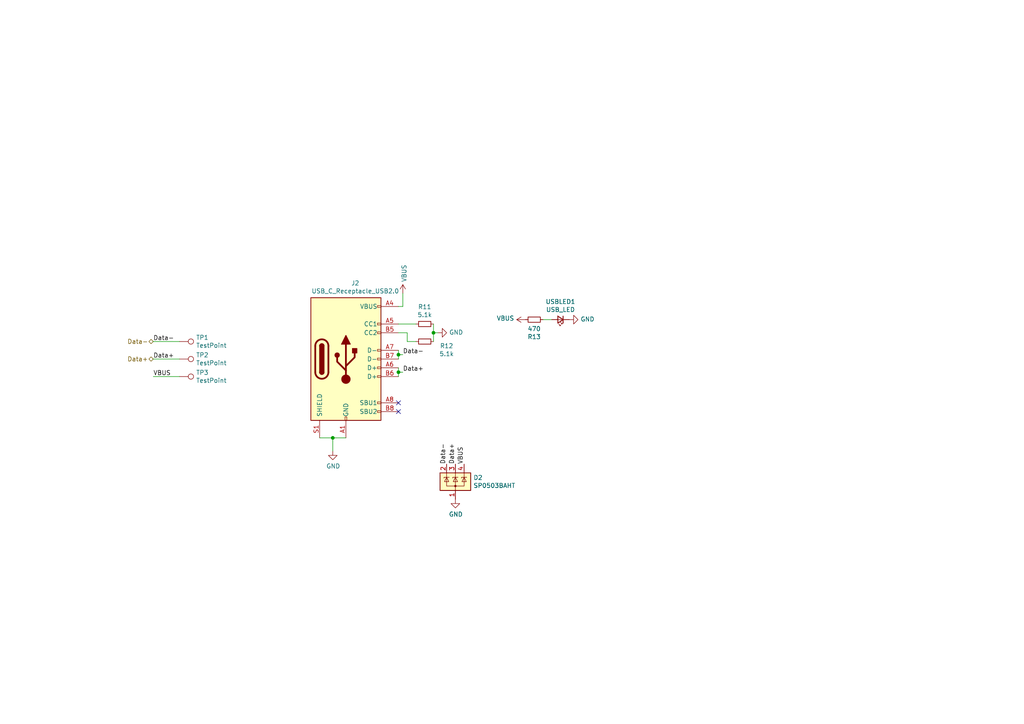
<source format=kicad_sch>
(kicad_sch (version 20230121) (generator eeschema)
  (paper "A4")
  (lib_symbols
    (symbol "Connector:TestPoint" (pin_numbers hide) (pin_names (offset 0.762) hide)
      (property "Reference" "TP" (at 0 6.858 0))
      (property "Value" "TestPoint" (at 0 5.08 0))
      (symbol "TestPoint_0_1"
        (circle (center 0 3.302) (radius 0.762))
      )
      (symbol "TestPoint_1_1"
        (pin passive line (at 0 0 90) (length 2.54) (name "1") (number "1"))
      )
    )
    (symbol "Connector:USB_C_Receptacle_USB2.0" (pin_names (offset 1.016))
      (property "Reference" "J" (at -10.16 19.05 0))
      (property "Value" "USB_C_Receptacle_USB2.0" (at 19.05 19.05 0))
      (symbol "USB_C_Receptacle_USB2.0_0_0"
        (rectangle (start -0.254 -17.78) (end 0.254 -16.764))
        (rectangle (start 10.16 -14.986) (end 9.144 -15.494))
        (rectangle (start 10.16 -12.446) (end 9.144 -12.954))
        (rectangle (start 10.16 -4.826) (end 9.144 -5.334))
        (rectangle (start 10.16 -2.286) (end 9.144 -2.794))
        (rectangle (start 10.16 0.254) (end 9.144 -0.254))
        (rectangle (start 10.16 2.794) (end 9.144 2.286))
        (rectangle (start 10.16 7.874) (end 9.144 7.366))
        (rectangle (start 10.16 10.414) (end 9.144 9.906))
        (rectangle (start 10.16 15.494) (end 9.144 14.986))
      )
      (symbol "USB_C_Receptacle_USB2.0_0_1"
        (rectangle (start -10.16 17.78) (end 10.16 -17.78) (stroke (width 0.254)) (fill (type background)))
        (arc (start -8.89 -3.81) (mid -6.985 -5.7067) (end -5.08 -3.81) (stroke (width 0.508)))
        (arc (start -7.62 -3.81) (mid -6.985 -4.4423) (end -6.35 -3.81) (stroke (width 0.254)))
        (arc (start -7.62 -3.81) (mid -6.985 -4.4423) (end -6.35 -3.81) (stroke (width 0.254)) (fill (type outline)))
        (rectangle (start -7.62 -3.81) (end -6.35 3.81) (stroke (width 0.254)) (fill (type outline)))
        (arc (start -6.35 3.81) (mid -6.985 4.4423) (end -7.62 3.81) (stroke (width 0.254)))
        (arc (start -6.35 3.81) (mid -6.985 4.4423) (end -7.62 3.81) (stroke (width 0.254)) (fill (type outline)))
        (arc (start -5.08 3.81) (mid -6.985 5.7067) (end -8.89 3.81) (stroke (width 0.508)))
        (circle (center -2.54 1.143) (radius 0.635) (stroke (width 0.254)) (fill (type outline)))
        (circle (center 0 -5.842) (radius 1.27) (fill (type outline)))
        (polyline (pts (xy -8.89 -3.81) (xy -8.89 3.81)) (stroke (width 0.508)))
        (polyline (pts (xy -5.08 3.81) (xy -5.08 -3.81)) (stroke (width 0.508)))
        (polyline (pts (xy 0 -5.842) (xy 0 4.318)) (stroke (width 0.508)))
        (polyline (pts (xy 0 -3.302) (xy -2.54 -0.762) (xy -2.54 0.508)) (stroke (width 0.508)))
        (polyline (pts (xy 0 -2.032) (xy 2.54 0.508) (xy 2.54 1.778)) (stroke (width 0.508)))
        (polyline (pts (xy -1.27 4.318) (xy 0 6.858) (xy 1.27 4.318) (xy -1.27 4.318)) (stroke (width 0.254)) (fill (type outline)))
        (rectangle (start 1.905 1.778) (end 3.175 3.048) (stroke (width 0.254)) (fill (type outline)))
      )
      (symbol "USB_C_Receptacle_USB2.0_1_1"
        (pin passive line (at 0 -22.86 90) (length 5.08) (name "GND") (number "A1"))
        (pin passive line (at 0 -22.86 90) (length 5.08) hide (name "GND") (number "A12"))
        (pin passive line (at 15.24 15.24 180) (length 5.08) (name "VBUS") (number "A4"))
        (pin bidirectional line (at 15.24 10.16 180) (length 5.08) (name "CC1") (number "A5"))
        (pin bidirectional line (at 15.24 -2.54 180) (length 5.08) (name "D+") (number "A6"))
        (pin bidirectional line (at 15.24 2.54 180) (length 5.08) (name "D-") (number "A7"))
        (pin bidirectional line (at 15.24 -12.7 180) (length 5.08) (name "SBU1") (number "A8"))
        (pin passive line (at 15.24 15.24 180) (length 5.08) hide (name "VBUS") (number "A9"))
        (pin passive line (at 0 -22.86 90) (length 5.08) hide (name "GND") (number "B1"))
        (pin passive line (at 0 -22.86 90) (length 5.08) hide (name "GND") (number "B12"))
        (pin passive line (at 15.24 15.24 180) (length 5.08) hide (name "VBUS") (number "B4"))
        (pin bidirectional line (at 15.24 7.62 180) (length 5.08) (name "CC2") (number "B5"))
        (pin bidirectional line (at 15.24 -5.08 180) (length 5.08) (name "D+") (number "B6"))
        (pin bidirectional line (at 15.24 0 180) (length 5.08) (name "D-") (number "B7"))
        (pin bidirectional line (at 15.24 -15.24 180) (length 5.08) (name "SBU2") (number "B8"))
        (pin passive line (at 15.24 15.24 180) (length 5.08) hide (name "VBUS") (number "B9"))
        (pin passive line (at -7.62 -22.86 90) (length 5.08) (name "SHIELD") (number "S1"))
      )
    )
    (symbol "Device:LED_Small" (pin_numbers hide) (pin_names (offset 0.254) hide)
      (property "Reference" "D" (at -1.27 3.175 0))
      (property "Value" "LED_Small" (at -4.445 -2.54 0))
      (symbol "LED_Small_0_1"
        (polyline (pts (xy -0.762 -1.016) (xy -0.762 1.016)) (stroke (width 0.254)))
        (polyline (pts (xy 1.016 0) (xy -0.762 0)))
        (polyline (pts (xy 0.762 -1.016) (xy -0.762 0) (xy 0.762 1.016) (xy 0.762 -1.016)) (stroke (width 0.254)))
        (polyline (pts (xy 0 0.762) (xy -0.508 1.27) (xy -0.254 1.27) (xy -0.508 1.27) (xy -0.508 1.016)))
        (polyline (pts (xy 0.508 1.27) (xy 0 1.778) (xy 0.254 1.778) (xy 0 1.778) (xy 0 1.524)))
      )
      (symbol "LED_Small_1_1"
        (pin passive line (at -2.54 0 0) (length 1.778) (name "K") (number "1"))
        (pin passive line (at 2.54 0 180) (length 1.778) (name "A") (number "2"))
      )
    )
    (symbol "Device:R_Small" (pin_numbers hide) (pin_names (offset 0.254) hide)
      (property "Reference" "R" (at 0.762 0.508 0))
      (property "Value" "R_Small" (at 0.762 -1.016 0))
      (symbol "R_Small_0_1"
        (rectangle (start -0.762 1.778) (end 0.762 -1.778) (stroke (width 0.2032)))
      )
      (symbol "R_Small_1_1"
        (pin passive line (at 0 2.54 270) (length 0.762) (name "~") (number "1"))
        (pin passive line (at 0 -2.54 90) (length 0.762) (name "~") (number "2"))
      )
    )
    (symbol "Power_Protection:SP0503BAHT" (pin_names hide)
      (property "Reference" "D" (at 5.715 2.54 0))
      (property "Value" "SP0503BAHT" (at 5.715 0.635 0))
      (symbol "SP0503BAHT_0_0"
        (pin passive line (at 0 -5.08 90) (length 2.54) (name "A") (number "1"))
      )
      (symbol "SP0503BAHT_0_1"
        (rectangle (start -4.445 2.54) (end 4.445 -2.54) (stroke (width 0.254)) (fill (type background)))
        (circle (center 0 -1.27) (radius 0.254) (fill (type outline)))
        (polyline (pts (xy -2.54 2.54) (xy -2.54 1.27)))
        (polyline (pts (xy 0 -1.27) (xy 0 -2.54)))
        (polyline (pts (xy 0 -1.27) (xy 0 1.27)))
        (polyline (pts (xy 0 2.54) (xy 0 1.27)))
        (polyline (pts (xy 0.635 1.27) (xy 0.762 1.27)))
        (polyline (pts (xy 2.54 2.54) (xy 2.54 1.27)))
        (polyline (pts (xy 0.635 1.27) (xy -0.762 1.27) (xy -0.762 1.016)))
        (polyline (pts (xy -3.302 1.016) (xy -3.302 1.27) (xy -1.905 1.27) (xy -1.778 1.27)))
        (polyline (pts (xy -2.54 1.27) (xy -2.54 -1.27) (xy 2.54 -1.27) (xy 2.54 1.27)))
        (polyline (pts (xy -2.54 1.27) (xy -1.905 0) (xy -3.175 0) (xy -2.54 1.27)))
        (polyline (pts (xy 0.635 0) (xy -0.635 0) (xy 0 1.27) (xy 0.635 0)))
        (polyline (pts (xy 1.778 1.016) (xy 1.778 1.27) (xy 3.175 1.27) (xy 3.302 1.27)))
        (polyline (pts (xy 2.54 1.27) (xy 1.905 0) (xy 3.175 0) (xy 2.54 1.27)))
      )
      (symbol "SP0503BAHT_1_1"
        (pin passive line (at -2.54 5.08 270) (length 2.54) (name "K") (number "2"))
        (pin passive line (at 0 5.08 270) (length 2.54) (name "K") (number "3"))
        (pin passive line (at 2.54 5.08 270) (length 2.54) (name "K") (number "4"))
      )
    )
    (symbol "power:GND" (power) (pin_names (offset 0))
      (property "Value" "GND" (at 0 -3.81 0))
      (symbol "GND_0_1"
        (polyline (pts (xy 0 0) (xy 0 -1.27) (xy 1.27 -1.27) (xy 0 -2.54) (xy -1.27 -1.27) (xy 0 -1.27)))
      )
      (symbol "GND_1_1"
        (pin power_in line (at 0 0 270) (length 0) hide (name "GND") (number "1"))
      )
    )
    (symbol "power:VBUS" (power) (pin_names (offset 0))
      (property "Value" "VBUS" (at 0 3.81 0))
      (symbol "VBUS_0_1"
        (polyline (pts (xy -0.762 1.27) (xy 0 2.54)))
        (polyline (pts (xy 0 0) (xy 0 2.54)))
        (polyline (pts (xy 0 2.54) (xy 0.762 1.27)))
      )
      (symbol "VBUS_1_1"
        (pin power_in line (at 0 0 90) (length 0) hide (name "VBUS") (number "1"))
      )
    )
  )
  (junction (at 115.57 107.95))
  (junction (at 125.73 96.52))
  (junction (at 96.52 127))
  (junction (at 115.57 102.87))
  (no_connect (at 115.57 119.38))
  (no_connect (at 115.57 116.84))
  (wire (pts (xy 115.57 96.52) (xy 118.11 96.52)))
  (wire (pts (xy 44.45 109.22) (xy 52.07 109.22)))
  (wire (pts (xy 44.45 104.14) (xy 52.07 104.14)))
  (wire (pts (xy 96.52 127) (xy 96.52 130.81)))
  (wire (pts (xy 115.57 107.95) (xy 115.57 109.22)))
  (wire (pts (xy 118.11 96.52) (xy 118.11 99.06)))
  (wire (pts (xy 160.02 92.71) (xy 157.48 92.71)))
  (wire (pts (xy 115.57 102.87) (xy 115.57 101.6)))
  (wire (pts (xy 115.57 102.87) (xy 116.84 102.87)))
  (wire (pts (xy 116.84 85.09) (xy 116.84 88.9)))
  (wire (pts (xy 125.73 93.98) (xy 125.73 96.52)))
  (wire (pts (xy 92.71 127) (xy 96.52 127)))
  (wire (pts (xy 115.57 93.98) (xy 120.65 93.98)))
  (wire (pts (xy 125.73 99.06) (xy 125.73 96.52)))
  (wire (pts (xy 96.52 127) (xy 100.33 127)))
  (wire (pts (xy 125.73 96.52) (xy 127 96.52)))
  (wire (pts (xy 115.57 106.68) (xy 115.57 107.95)))
  (wire (pts (xy 115.57 104.14) (xy 115.57 102.87)))
  (wire (pts (xy 115.57 107.95) (xy 116.84 107.95)))
  (wire (pts (xy 116.84 88.9) (xy 115.57 88.9)))
  (wire (pts (xy 118.11 99.06) (xy 120.65 99.06)))
  (wire (pts (xy 44.45 99.06) (xy 52.07 99.06)))
  (label "Data-" (at 129.54 134.62 90))
  (label "VBUS" (at 134.62 134.62 90))
  (label "Data+" (at 44.45 104.14 0))
  (label "Data-" (at 44.45 99.06 0))
  (label "Data-" (at 116.84 102.87 0))
  (label "VBUS" (at 44.45 109.22 0))
  (label "Data+" (at 116.84 107.95 0))
  (label "Data+" (at 132.08 134.62 90))
  (hierarchical_label "Data-" (shape bidirectional) (at 44.45 99.06 180))
  (hierarchical_label "Data+" (shape bidirectional) (at 44.45 104.14 180))
  (symbol (lib_id "power:GND") (at 127 96.52 90) (unit 1)
    (property "Reference" "#PWR031" (effects hide))
    (property "Value" "GND" (at 130.2512 96.393 90) (effects (justify right)))
  )
  (symbol (lib_id "Device:R_Small") (at 123.19 99.06 270) (unit 1)
    (property "Reference" "R12" (at 129.54 100.33 90))
    (property "Value" "5.1k" (at 129.54 102.6414 90))
    (property "Footprint" "Resistor_SMD:R_0402_1005Metric" (effects hide))
  )
  (symbol (lib_id "Device:R_Small") (at 123.19 93.98 90) (unit 1)
    (property "Reference" "R11" (at 123.19 89.0016 90))
    (property "Value" "5.1k" (at 123.19 91.313 90))
    (property "Footprint" "Resistor_SMD:R_0402_1005Metric" (effects hide))
  )
  (symbol (lib_id "power:GND") (at 96.52 130.81 0) (unit 1)
    (property "Reference" "#PWR029" (effects hide))
    (property "Value" "GND" (at 96.647 135.2042 0))
  )
  (symbol (lib_id "Connector:USB_C_Receptacle_USB2.0") (at 100.33 104.14 0) (unit 1)
    (property "Reference" "J2" (at 103.0478 82.1182 0))
    (property "Value" "USB_C_Receptacle_USB2.0" (at 103.0478 84.4296 0))
    (property "Footprint" "Connector_USB:USB_C_Receptacle_Palconn_UTC16-G" (effects hide))
    (property "Datasheet" "https://www.usb.org/sites/default/files/documents/usb_type-c.zip" (effects hide))
  )
  (symbol (lib_id "power:GND") (at 132.08 144.78 0) (unit 1)
    (property "Reference" "#PWR032" (effects hide))
    (property "Value" "GND" (at 132.207 149.1742 0))
  )
  (symbol (lib_id "Power_Protection:SP0503BAHT") (at 132.08 139.7 0) (unit 1)
    (property "Reference" "D2" (at 137.287 138.5316 0) (effects (justify left)))
    (property "Value" "SP0503BAHT" (at 137.287 140.843 0) (effects (justify left)))
    (property "Footprint" "Package_TO_SOT_SMD:SOT-143" (effects hide))
    (property "Datasheet" "http://www.littelfuse.com/~/media/files/littelfuse/technical%20resources/documents/data%20sheets/sp05xxba.pdf" (effects hide))
  )
  (symbol (lib_id "power:VBUS") (at 116.84 85.09 0) (unit 1)
    (property "Reference" "#PWR030" (effects hide))
    (property "Value" "VBUS" (at 117.221 81.8388 90) (effects (justify left)))
  )
  (symbol (lib_id "Connector:TestPoint") (at 52.07 99.06 270) (unit 1)
    (property "Reference" "TP1" (at 56.8452 97.8916 90) (effects (justify left)))
    (property "Value" "TestPoint" (at 56.8452 100.203 90) (effects (justify left)))
    (property "Footprint" "TestPoint:TestPoint_Pad_D1.0mm" (effects hide))
  )
  (symbol (lib_id "Connector:TestPoint") (at 52.07 104.14 270) (unit 1)
    (property "Reference" "TP2" (at 56.8452 102.9716 90) (effects (justify left)))
    (property "Value" "TestPoint" (at 56.8452 105.283 90) (effects (justify left)))
    (property "Footprint" "TestPoint:TestPoint_Pad_D1.0mm" (effects hide))
  )
  (symbol (lib_id "Connector:TestPoint") (at 52.07 109.22 270) (unit 1)
    (property "Reference" "TP3" (at 56.8452 108.0516 90) (effects (justify left)))
    (property "Value" "TestPoint" (at 56.8452 110.363 90) (effects (justify left)))
    (property "Footprint" "TestPoint:TestPoint_Pad_D1.0mm" (effects hide))
  )
  (symbol (lib_id "Device:LED_Small") (at 162.56 92.71 180) (unit 1)
    (property "Reference" "USBLED1" (at 162.56 87.503 0))
    (property "Value" "USB_LED" (at 162.56 89.8144 0))
    (property "Footprint" "Resistor_SMD:R_0402_1005Metric" (effects hide))
  )
  (symbol (lib_id "Device:R_Small") (at 154.94 92.71 90) (unit 1)
    (property "Reference" "R13" (at 154.94 97.6884 90))
    (property "Value" "470" (at 154.94 95.377 90))
    (property "Footprint" "Resistor_SMD:R_0402_1005Metric" (effects hide))
  )
  (symbol (lib_id "power:GND") (at 165.1 92.71 90) (unit 1)
    (property "Reference" "#PWR034" (effects hide))
    (property "Value" "GND" (at 168.3512 92.583 90) (effects (justify right)))
  )
  (symbol (lib_id "power:VBUS") (at 152.4 92.71 90) (unit 1)
    (property "Reference" "#PWR033" (effects hide))
    (property "Value" "VBUS" (at 149.1488 92.329 90) (effects (justify left)))
  )
)
</source>
